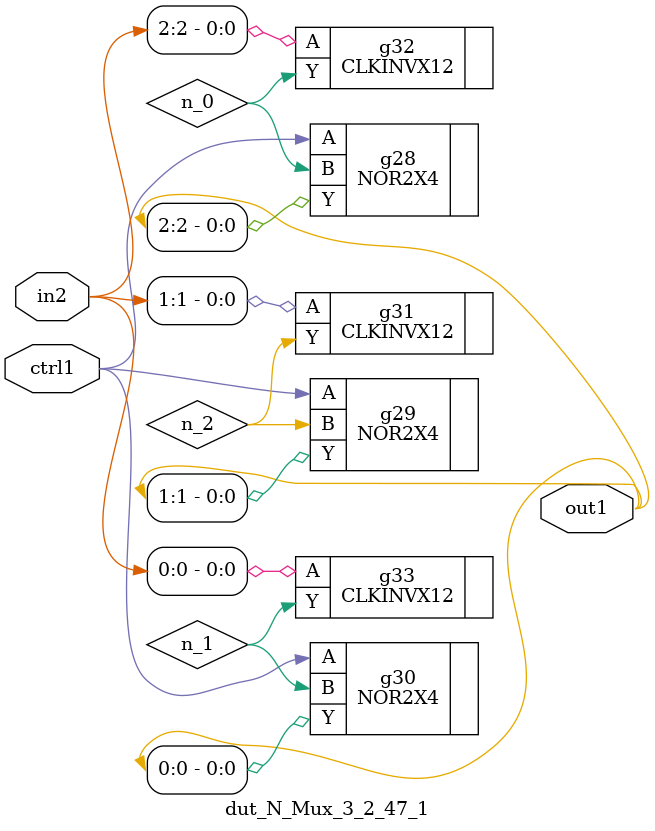
<source format=v>
`timescale 1ps / 1ps


module dut_N_Mux_3_2_47_1(in2, ctrl1, out1);
  input [2:0] in2;
  input ctrl1;
  output [2:0] out1;
  wire [2:0] in2;
  wire ctrl1;
  wire [2:0] out1;
  wire n_0, n_1, n_2;
  NOR2X4 g28(.A (ctrl1), .B (n_0), .Y (out1[2]));
  NOR2X4 g30(.A (ctrl1), .B (n_1), .Y (out1[0]));
  NOR2X4 g29(.A (ctrl1), .B (n_2), .Y (out1[1]));
  CLKINVX12 g31(.A (in2[1]), .Y (n_2));
  CLKINVX12 g33(.A (in2[0]), .Y (n_1));
  CLKINVX12 g32(.A (in2[2]), .Y (n_0));
endmodule



</source>
